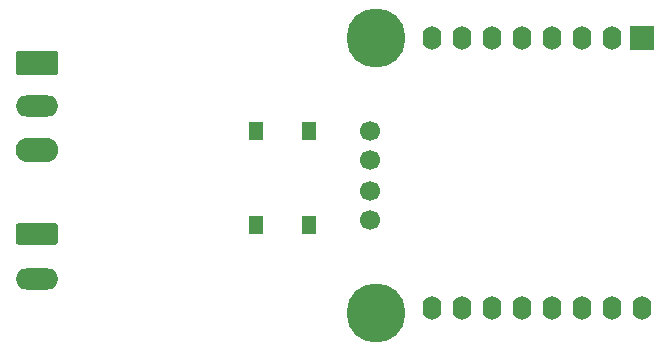
<source format=gbr>
%TF.GenerationSoftware,KiCad,Pcbnew,7.0.7*%
%TF.CreationDate,2024-02-02T19:15:28-05:00*%
%TF.ProjectId,ESP8266_Count3,45535038-3236-4365-9f43-6f756e74332e,rev?*%
%TF.SameCoordinates,Original*%
%TF.FileFunction,Soldermask,Bot*%
%TF.FilePolarity,Negative*%
%FSLAX46Y46*%
G04 Gerber Fmt 4.6, Leading zero omitted, Abs format (unit mm)*
G04 Created by KiCad (PCBNEW 7.0.7) date 2024-02-02 19:15:28*
%MOMM*%
%LPD*%
G01*
G04 APERTURE LIST*
G04 Aperture macros list*
%AMRoundRect*
0 Rectangle with rounded corners*
0 $1 Rounding radius*
0 $2 $3 $4 $5 $6 $7 $8 $9 X,Y pos of 4 corners*
0 Add a 4 corners polygon primitive as box body*
4,1,4,$2,$3,$4,$5,$6,$7,$8,$9,$2,$3,0*
0 Add four circle primitives for the rounded corners*
1,1,$1+$1,$2,$3*
1,1,$1+$1,$4,$5*
1,1,$1+$1,$6,$7*
1,1,$1+$1,$8,$9*
0 Add four rect primitives between the rounded corners*
20,1,$1+$1,$2,$3,$4,$5,0*
20,1,$1+$1,$4,$5,$6,$7,0*
20,1,$1+$1,$6,$7,$8,$9,0*
20,1,$1+$1,$8,$9,$2,$3,0*%
G04 Aperture macros list end*
%ADD10RoundRect,0.250000X-1.550000X0.650000X-1.550000X-0.650000X1.550000X-0.650000X1.550000X0.650000X0*%
%ADD11O,3.600000X1.800000*%
%ADD12R,2.000000X2.000000*%
%ADD13O,1.600000X2.000000*%
%ADD14RoundRect,0.291667X-1.508333X0.758333X-1.508333X-0.758333X1.508333X-0.758333X1.508333X0.758333X0*%
%ADD15O,3.600000X2.100000*%
%ADD16C,5.000000*%
%ADD17C,1.700000*%
%ADD18R,1.300000X1.550000*%
G04 APERTURE END LIST*
D10*
%TO.C,TB1*%
X105357500Y-92112500D03*
D11*
X105357500Y-95922500D03*
%TD*%
D12*
%TO.C,U2*%
X156600000Y-75555000D03*
D13*
X154060000Y-75555000D03*
X151520000Y-75555000D03*
X148980000Y-75555000D03*
X146440000Y-75555000D03*
X143900000Y-75555000D03*
X141360000Y-75555000D03*
X138820000Y-75555000D03*
X138820000Y-98415000D03*
X141360000Y-98415000D03*
X143900000Y-98415000D03*
X146440000Y-98415000D03*
X148980000Y-98415000D03*
X151520000Y-98415000D03*
X154060000Y-98415000D03*
X156600000Y-98415000D03*
%TD*%
D14*
%TO.C,J2*%
X105357500Y-77680000D03*
D11*
X105357500Y-81340000D03*
D15*
X105357500Y-85000000D03*
%TD*%
D16*
%TO.C,J3*%
X134000000Y-75550000D03*
X134000000Y-98850000D03*
D17*
X133500000Y-91000000D03*
X133500000Y-88500000D03*
X133500000Y-85900000D03*
X133500000Y-83400000D03*
%TD*%
D18*
%TO.C,SW1*%
X128400000Y-91350000D03*
X128400000Y-83400000D03*
X123900000Y-91350000D03*
X123900000Y-83400000D03*
%TD*%
M02*

</source>
